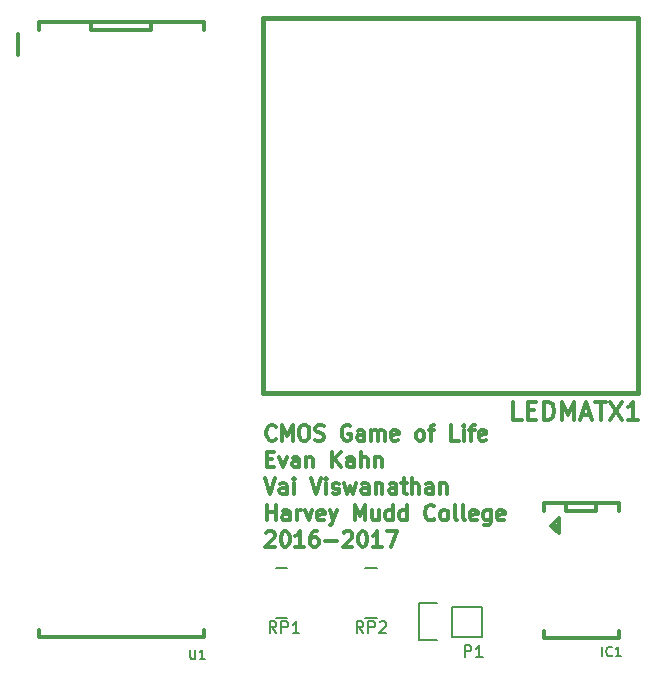
<source format=gbr>
G04 #@! TF.FileFunction,Legend,Top*
%FSLAX46Y46*%
G04 Gerber Fmt 4.6, Leading zero omitted, Abs format (unit mm)*
G04 Created by KiCad (PCBNEW 4.0.5) date Saturday, March 04, 2017 'PMt' 10:22:20 PM*
%MOMM*%
%LPD*%
G01*
G04 APERTURE LIST*
%ADD10C,0.100000*%
%ADD11C,0.300000*%
%ADD12C,0.350000*%
%ADD13C,0.381000*%
%ADD14C,0.150000*%
%ADD15C,0.304800*%
G04 APERTURE END LIST*
D10*
D11*
X74966381Y-83086286D02*
X74904476Y-83148190D01*
X74718762Y-83210095D01*
X74594952Y-83210095D01*
X74409238Y-83148190D01*
X74285429Y-83024381D01*
X74223524Y-82900571D01*
X74161619Y-82652952D01*
X74161619Y-82467238D01*
X74223524Y-82219619D01*
X74285429Y-82095810D01*
X74409238Y-81972000D01*
X74594952Y-81910095D01*
X74718762Y-81910095D01*
X74904476Y-81972000D01*
X74966381Y-82033905D01*
X75523524Y-83210095D02*
X75523524Y-81910095D01*
X75956857Y-82838667D01*
X76390190Y-81910095D01*
X76390190Y-83210095D01*
X77256857Y-81910095D02*
X77504476Y-81910095D01*
X77628285Y-81972000D01*
X77752095Y-82095810D01*
X77814000Y-82343429D01*
X77814000Y-82776762D01*
X77752095Y-83024381D01*
X77628285Y-83148190D01*
X77504476Y-83210095D01*
X77256857Y-83210095D01*
X77133047Y-83148190D01*
X77009238Y-83024381D01*
X76947333Y-82776762D01*
X76947333Y-82343429D01*
X77009238Y-82095810D01*
X77133047Y-81972000D01*
X77256857Y-81910095D01*
X78309238Y-83148190D02*
X78494952Y-83210095D01*
X78804476Y-83210095D01*
X78928286Y-83148190D01*
X78990190Y-83086286D01*
X79052095Y-82962476D01*
X79052095Y-82838667D01*
X78990190Y-82714857D01*
X78928286Y-82652952D01*
X78804476Y-82591048D01*
X78556857Y-82529143D01*
X78433048Y-82467238D01*
X78371143Y-82405333D01*
X78309238Y-82281524D01*
X78309238Y-82157714D01*
X78371143Y-82033905D01*
X78433048Y-81972000D01*
X78556857Y-81910095D01*
X78866381Y-81910095D01*
X79052095Y-81972000D01*
X81280666Y-81972000D02*
X81156857Y-81910095D01*
X80971142Y-81910095D01*
X80785428Y-81972000D01*
X80661619Y-82095810D01*
X80599714Y-82219619D01*
X80537809Y-82467238D01*
X80537809Y-82652952D01*
X80599714Y-82900571D01*
X80661619Y-83024381D01*
X80785428Y-83148190D01*
X80971142Y-83210095D01*
X81094952Y-83210095D01*
X81280666Y-83148190D01*
X81342571Y-83086286D01*
X81342571Y-82652952D01*
X81094952Y-82652952D01*
X82456857Y-83210095D02*
X82456857Y-82529143D01*
X82394952Y-82405333D01*
X82271142Y-82343429D01*
X82023523Y-82343429D01*
X81899714Y-82405333D01*
X82456857Y-83148190D02*
X82333047Y-83210095D01*
X82023523Y-83210095D01*
X81899714Y-83148190D01*
X81837809Y-83024381D01*
X81837809Y-82900571D01*
X81899714Y-82776762D01*
X82023523Y-82714857D01*
X82333047Y-82714857D01*
X82456857Y-82652952D01*
X83075904Y-83210095D02*
X83075904Y-82343429D01*
X83075904Y-82467238D02*
X83137809Y-82405333D01*
X83261618Y-82343429D01*
X83447332Y-82343429D01*
X83571142Y-82405333D01*
X83633047Y-82529143D01*
X83633047Y-83210095D01*
X83633047Y-82529143D02*
X83694951Y-82405333D01*
X83818761Y-82343429D01*
X84004475Y-82343429D01*
X84128285Y-82405333D01*
X84190190Y-82529143D01*
X84190190Y-83210095D01*
X85304475Y-83148190D02*
X85180665Y-83210095D01*
X84933046Y-83210095D01*
X84809237Y-83148190D01*
X84747332Y-83024381D01*
X84747332Y-82529143D01*
X84809237Y-82405333D01*
X84933046Y-82343429D01*
X85180665Y-82343429D01*
X85304475Y-82405333D01*
X85366380Y-82529143D01*
X85366380Y-82652952D01*
X84747332Y-82776762D01*
X87099713Y-83210095D02*
X86975904Y-83148190D01*
X86913999Y-83086286D01*
X86852094Y-82962476D01*
X86852094Y-82591048D01*
X86913999Y-82467238D01*
X86975904Y-82405333D01*
X87099713Y-82343429D01*
X87285427Y-82343429D01*
X87409237Y-82405333D01*
X87471142Y-82467238D01*
X87533046Y-82591048D01*
X87533046Y-82962476D01*
X87471142Y-83086286D01*
X87409237Y-83148190D01*
X87285427Y-83210095D01*
X87099713Y-83210095D01*
X87904475Y-82343429D02*
X88399713Y-82343429D01*
X88090189Y-83210095D02*
X88090189Y-82095810D01*
X88152094Y-81972000D01*
X88275903Y-81910095D01*
X88399713Y-81910095D01*
X90442569Y-83210095D02*
X89823522Y-83210095D01*
X89823522Y-81910095D01*
X90875903Y-83210095D02*
X90875903Y-82343429D01*
X90875903Y-81910095D02*
X90813998Y-81972000D01*
X90875903Y-82033905D01*
X90937808Y-81972000D01*
X90875903Y-81910095D01*
X90875903Y-82033905D01*
X91309237Y-82343429D02*
X91804475Y-82343429D01*
X91494951Y-83210095D02*
X91494951Y-82095810D01*
X91556856Y-81972000D01*
X91680665Y-81910095D01*
X91804475Y-81910095D01*
X92733046Y-83148190D02*
X92609236Y-83210095D01*
X92361617Y-83210095D01*
X92237808Y-83148190D01*
X92175903Y-83024381D01*
X92175903Y-82529143D01*
X92237808Y-82405333D01*
X92361617Y-82343429D01*
X92609236Y-82343429D01*
X92733046Y-82405333D01*
X92794951Y-82529143D01*
X92794951Y-82652952D01*
X92175903Y-82776762D01*
X74223524Y-84779143D02*
X74656857Y-84779143D01*
X74842571Y-85460095D02*
X74223524Y-85460095D01*
X74223524Y-84160095D01*
X74842571Y-84160095D01*
X75275904Y-84593429D02*
X75585428Y-85460095D01*
X75894952Y-84593429D01*
X76947333Y-85460095D02*
X76947333Y-84779143D01*
X76885428Y-84655333D01*
X76761618Y-84593429D01*
X76513999Y-84593429D01*
X76390190Y-84655333D01*
X76947333Y-85398190D02*
X76823523Y-85460095D01*
X76513999Y-85460095D01*
X76390190Y-85398190D01*
X76328285Y-85274381D01*
X76328285Y-85150571D01*
X76390190Y-85026762D01*
X76513999Y-84964857D01*
X76823523Y-84964857D01*
X76947333Y-84902952D01*
X77566380Y-84593429D02*
X77566380Y-85460095D01*
X77566380Y-84717238D02*
X77628285Y-84655333D01*
X77752094Y-84593429D01*
X77937808Y-84593429D01*
X78061618Y-84655333D01*
X78123523Y-84779143D01*
X78123523Y-85460095D01*
X79733046Y-85460095D02*
X79733046Y-84160095D01*
X80475903Y-85460095D02*
X79918760Y-84717238D01*
X80475903Y-84160095D02*
X79733046Y-84902952D01*
X81590189Y-85460095D02*
X81590189Y-84779143D01*
X81528284Y-84655333D01*
X81404474Y-84593429D01*
X81156855Y-84593429D01*
X81033046Y-84655333D01*
X81590189Y-85398190D02*
X81466379Y-85460095D01*
X81156855Y-85460095D01*
X81033046Y-85398190D01*
X80971141Y-85274381D01*
X80971141Y-85150571D01*
X81033046Y-85026762D01*
X81156855Y-84964857D01*
X81466379Y-84964857D01*
X81590189Y-84902952D01*
X82209236Y-85460095D02*
X82209236Y-84160095D01*
X82766379Y-85460095D02*
X82766379Y-84779143D01*
X82704474Y-84655333D01*
X82580664Y-84593429D01*
X82394950Y-84593429D01*
X82271141Y-84655333D01*
X82209236Y-84717238D01*
X83385426Y-84593429D02*
X83385426Y-85460095D01*
X83385426Y-84717238D02*
X83447331Y-84655333D01*
X83571140Y-84593429D01*
X83756854Y-84593429D01*
X83880664Y-84655333D01*
X83942569Y-84779143D01*
X83942569Y-85460095D01*
X74037810Y-86410095D02*
X74471143Y-87710095D01*
X74904476Y-86410095D01*
X75894953Y-87710095D02*
X75894953Y-87029143D01*
X75833048Y-86905333D01*
X75709238Y-86843429D01*
X75461619Y-86843429D01*
X75337810Y-86905333D01*
X75894953Y-87648190D02*
X75771143Y-87710095D01*
X75461619Y-87710095D01*
X75337810Y-87648190D01*
X75275905Y-87524381D01*
X75275905Y-87400571D01*
X75337810Y-87276762D01*
X75461619Y-87214857D01*
X75771143Y-87214857D01*
X75894953Y-87152952D01*
X76514000Y-87710095D02*
X76514000Y-86843429D01*
X76514000Y-86410095D02*
X76452095Y-86472000D01*
X76514000Y-86533905D01*
X76575905Y-86472000D01*
X76514000Y-86410095D01*
X76514000Y-86533905D01*
X77937810Y-86410095D02*
X78371143Y-87710095D01*
X78804476Y-86410095D01*
X79237810Y-87710095D02*
X79237810Y-86843429D01*
X79237810Y-86410095D02*
X79175905Y-86472000D01*
X79237810Y-86533905D01*
X79299715Y-86472000D01*
X79237810Y-86410095D01*
X79237810Y-86533905D01*
X79794953Y-87648190D02*
X79918763Y-87710095D01*
X80166382Y-87710095D01*
X80290191Y-87648190D01*
X80352096Y-87524381D01*
X80352096Y-87462476D01*
X80290191Y-87338667D01*
X80166382Y-87276762D01*
X79980667Y-87276762D01*
X79856858Y-87214857D01*
X79794953Y-87091048D01*
X79794953Y-87029143D01*
X79856858Y-86905333D01*
X79980667Y-86843429D01*
X80166382Y-86843429D01*
X80290191Y-86905333D01*
X80785429Y-86843429D02*
X81033048Y-87710095D01*
X81280667Y-87091048D01*
X81528286Y-87710095D01*
X81775905Y-86843429D01*
X82828287Y-87710095D02*
X82828287Y-87029143D01*
X82766382Y-86905333D01*
X82642572Y-86843429D01*
X82394953Y-86843429D01*
X82271144Y-86905333D01*
X82828287Y-87648190D02*
X82704477Y-87710095D01*
X82394953Y-87710095D01*
X82271144Y-87648190D01*
X82209239Y-87524381D01*
X82209239Y-87400571D01*
X82271144Y-87276762D01*
X82394953Y-87214857D01*
X82704477Y-87214857D01*
X82828287Y-87152952D01*
X83447334Y-86843429D02*
X83447334Y-87710095D01*
X83447334Y-86967238D02*
X83509239Y-86905333D01*
X83633048Y-86843429D01*
X83818762Y-86843429D01*
X83942572Y-86905333D01*
X84004477Y-87029143D01*
X84004477Y-87710095D01*
X85180667Y-87710095D02*
X85180667Y-87029143D01*
X85118762Y-86905333D01*
X84994952Y-86843429D01*
X84747333Y-86843429D01*
X84623524Y-86905333D01*
X85180667Y-87648190D02*
X85056857Y-87710095D01*
X84747333Y-87710095D01*
X84623524Y-87648190D01*
X84561619Y-87524381D01*
X84561619Y-87400571D01*
X84623524Y-87276762D01*
X84747333Y-87214857D01*
X85056857Y-87214857D01*
X85180667Y-87152952D01*
X85614000Y-86843429D02*
X86109238Y-86843429D01*
X85799714Y-86410095D02*
X85799714Y-87524381D01*
X85861619Y-87648190D01*
X85985428Y-87710095D01*
X86109238Y-87710095D01*
X86542571Y-87710095D02*
X86542571Y-86410095D01*
X87099714Y-87710095D02*
X87099714Y-87029143D01*
X87037809Y-86905333D01*
X86913999Y-86843429D01*
X86728285Y-86843429D01*
X86604476Y-86905333D01*
X86542571Y-86967238D01*
X88275904Y-87710095D02*
X88275904Y-87029143D01*
X88213999Y-86905333D01*
X88090189Y-86843429D01*
X87842570Y-86843429D01*
X87718761Y-86905333D01*
X88275904Y-87648190D02*
X88152094Y-87710095D01*
X87842570Y-87710095D01*
X87718761Y-87648190D01*
X87656856Y-87524381D01*
X87656856Y-87400571D01*
X87718761Y-87276762D01*
X87842570Y-87214857D01*
X88152094Y-87214857D01*
X88275904Y-87152952D01*
X88894951Y-86843429D02*
X88894951Y-87710095D01*
X88894951Y-86967238D02*
X88956856Y-86905333D01*
X89080665Y-86843429D01*
X89266379Y-86843429D01*
X89390189Y-86905333D01*
X89452094Y-87029143D01*
X89452094Y-87710095D01*
X74223524Y-89960095D02*
X74223524Y-88660095D01*
X74223524Y-89279143D02*
X74966381Y-89279143D01*
X74966381Y-89960095D02*
X74966381Y-88660095D01*
X76142572Y-89960095D02*
X76142572Y-89279143D01*
X76080667Y-89155333D01*
X75956857Y-89093429D01*
X75709238Y-89093429D01*
X75585429Y-89155333D01*
X76142572Y-89898190D02*
X76018762Y-89960095D01*
X75709238Y-89960095D01*
X75585429Y-89898190D01*
X75523524Y-89774381D01*
X75523524Y-89650571D01*
X75585429Y-89526762D01*
X75709238Y-89464857D01*
X76018762Y-89464857D01*
X76142572Y-89402952D01*
X76761619Y-89960095D02*
X76761619Y-89093429D01*
X76761619Y-89341048D02*
X76823524Y-89217238D01*
X76885428Y-89155333D01*
X77009238Y-89093429D01*
X77133047Y-89093429D01*
X77442571Y-89093429D02*
X77752095Y-89960095D01*
X78061619Y-89093429D01*
X79052095Y-89898190D02*
X78928285Y-89960095D01*
X78680666Y-89960095D01*
X78556857Y-89898190D01*
X78494952Y-89774381D01*
X78494952Y-89279143D01*
X78556857Y-89155333D01*
X78680666Y-89093429D01*
X78928285Y-89093429D01*
X79052095Y-89155333D01*
X79114000Y-89279143D01*
X79114000Y-89402952D01*
X78494952Y-89526762D01*
X79547333Y-89093429D02*
X79856857Y-89960095D01*
X80166381Y-89093429D02*
X79856857Y-89960095D01*
X79733048Y-90269619D01*
X79671143Y-90331524D01*
X79547333Y-90393429D01*
X81652095Y-89960095D02*
X81652095Y-88660095D01*
X82085428Y-89588667D01*
X82518761Y-88660095D01*
X82518761Y-89960095D01*
X83694952Y-89093429D02*
X83694952Y-89960095D01*
X83137809Y-89093429D02*
X83137809Y-89774381D01*
X83199714Y-89898190D01*
X83323523Y-89960095D01*
X83509237Y-89960095D01*
X83633047Y-89898190D01*
X83694952Y-89836286D01*
X84871142Y-89960095D02*
X84871142Y-88660095D01*
X84871142Y-89898190D02*
X84747332Y-89960095D01*
X84499713Y-89960095D01*
X84375904Y-89898190D01*
X84313999Y-89836286D01*
X84252094Y-89712476D01*
X84252094Y-89341048D01*
X84313999Y-89217238D01*
X84375904Y-89155333D01*
X84499713Y-89093429D01*
X84747332Y-89093429D01*
X84871142Y-89155333D01*
X86047332Y-89960095D02*
X86047332Y-88660095D01*
X86047332Y-89898190D02*
X85923522Y-89960095D01*
X85675903Y-89960095D01*
X85552094Y-89898190D01*
X85490189Y-89836286D01*
X85428284Y-89712476D01*
X85428284Y-89341048D01*
X85490189Y-89217238D01*
X85552094Y-89155333D01*
X85675903Y-89093429D01*
X85923522Y-89093429D01*
X86047332Y-89155333D01*
X88399712Y-89836286D02*
X88337807Y-89898190D01*
X88152093Y-89960095D01*
X88028283Y-89960095D01*
X87842569Y-89898190D01*
X87718760Y-89774381D01*
X87656855Y-89650571D01*
X87594950Y-89402952D01*
X87594950Y-89217238D01*
X87656855Y-88969619D01*
X87718760Y-88845810D01*
X87842569Y-88722000D01*
X88028283Y-88660095D01*
X88152093Y-88660095D01*
X88337807Y-88722000D01*
X88399712Y-88783905D01*
X89142569Y-89960095D02*
X89018760Y-89898190D01*
X88956855Y-89836286D01*
X88894950Y-89712476D01*
X88894950Y-89341048D01*
X88956855Y-89217238D01*
X89018760Y-89155333D01*
X89142569Y-89093429D01*
X89328283Y-89093429D01*
X89452093Y-89155333D01*
X89513998Y-89217238D01*
X89575902Y-89341048D01*
X89575902Y-89712476D01*
X89513998Y-89836286D01*
X89452093Y-89898190D01*
X89328283Y-89960095D01*
X89142569Y-89960095D01*
X90318759Y-89960095D02*
X90194950Y-89898190D01*
X90133045Y-89774381D01*
X90133045Y-88660095D01*
X90999711Y-89960095D02*
X90875902Y-89898190D01*
X90813997Y-89774381D01*
X90813997Y-88660095D01*
X91990187Y-89898190D02*
X91866377Y-89960095D01*
X91618758Y-89960095D01*
X91494949Y-89898190D01*
X91433044Y-89774381D01*
X91433044Y-89279143D01*
X91494949Y-89155333D01*
X91618758Y-89093429D01*
X91866377Y-89093429D01*
X91990187Y-89155333D01*
X92052092Y-89279143D01*
X92052092Y-89402952D01*
X91433044Y-89526762D01*
X93166378Y-89093429D02*
X93166378Y-90145810D01*
X93104473Y-90269619D01*
X93042568Y-90331524D01*
X92918759Y-90393429D01*
X92733044Y-90393429D01*
X92609235Y-90331524D01*
X93166378Y-89898190D02*
X93042568Y-89960095D01*
X92794949Y-89960095D01*
X92671140Y-89898190D01*
X92609235Y-89836286D01*
X92547330Y-89712476D01*
X92547330Y-89341048D01*
X92609235Y-89217238D01*
X92671140Y-89155333D01*
X92794949Y-89093429D01*
X93042568Y-89093429D01*
X93166378Y-89155333D01*
X94280663Y-89898190D02*
X94156853Y-89960095D01*
X93909234Y-89960095D01*
X93785425Y-89898190D01*
X93723520Y-89774381D01*
X93723520Y-89279143D01*
X93785425Y-89155333D01*
X93909234Y-89093429D01*
X94156853Y-89093429D01*
X94280663Y-89155333D01*
X94342568Y-89279143D01*
X94342568Y-89402952D01*
X93723520Y-89526762D01*
X74161619Y-91033905D02*
X74223524Y-90972000D01*
X74347333Y-90910095D01*
X74656857Y-90910095D01*
X74780667Y-90972000D01*
X74842571Y-91033905D01*
X74904476Y-91157714D01*
X74904476Y-91281524D01*
X74842571Y-91467238D01*
X74099714Y-92210095D01*
X74904476Y-92210095D01*
X75709238Y-90910095D02*
X75833047Y-90910095D01*
X75956857Y-90972000D01*
X76018762Y-91033905D01*
X76080666Y-91157714D01*
X76142571Y-91405333D01*
X76142571Y-91714857D01*
X76080666Y-91962476D01*
X76018762Y-92086286D01*
X75956857Y-92148190D01*
X75833047Y-92210095D01*
X75709238Y-92210095D01*
X75585428Y-92148190D01*
X75523524Y-92086286D01*
X75461619Y-91962476D01*
X75399714Y-91714857D01*
X75399714Y-91405333D01*
X75461619Y-91157714D01*
X75523524Y-91033905D01*
X75585428Y-90972000D01*
X75709238Y-90910095D01*
X77380666Y-92210095D02*
X76637809Y-92210095D01*
X77009238Y-92210095D02*
X77009238Y-90910095D01*
X76885428Y-91095810D01*
X76761619Y-91219619D01*
X76637809Y-91281524D01*
X78494952Y-90910095D02*
X78247333Y-90910095D01*
X78123523Y-90972000D01*
X78061618Y-91033905D01*
X77937809Y-91219619D01*
X77875904Y-91467238D01*
X77875904Y-91962476D01*
X77937809Y-92086286D01*
X77999714Y-92148190D01*
X78123523Y-92210095D01*
X78371142Y-92210095D01*
X78494952Y-92148190D01*
X78556856Y-92086286D01*
X78618761Y-91962476D01*
X78618761Y-91652952D01*
X78556856Y-91529143D01*
X78494952Y-91467238D01*
X78371142Y-91405333D01*
X78123523Y-91405333D01*
X77999714Y-91467238D01*
X77937809Y-91529143D01*
X77875904Y-91652952D01*
X79175904Y-91714857D02*
X80166380Y-91714857D01*
X80723523Y-91033905D02*
X80785428Y-90972000D01*
X80909237Y-90910095D01*
X81218761Y-90910095D01*
X81342571Y-90972000D01*
X81404475Y-91033905D01*
X81466380Y-91157714D01*
X81466380Y-91281524D01*
X81404475Y-91467238D01*
X80661618Y-92210095D01*
X81466380Y-92210095D01*
X82271142Y-90910095D02*
X82394951Y-90910095D01*
X82518761Y-90972000D01*
X82580666Y-91033905D01*
X82642570Y-91157714D01*
X82704475Y-91405333D01*
X82704475Y-91714857D01*
X82642570Y-91962476D01*
X82580666Y-92086286D01*
X82518761Y-92148190D01*
X82394951Y-92210095D01*
X82271142Y-92210095D01*
X82147332Y-92148190D01*
X82085428Y-92086286D01*
X82023523Y-91962476D01*
X81961618Y-91714857D01*
X81961618Y-91405333D01*
X82023523Y-91157714D01*
X82085428Y-91033905D01*
X82147332Y-90972000D01*
X82271142Y-90910095D01*
X83942570Y-92210095D02*
X83199713Y-92210095D01*
X83571142Y-92210095D02*
X83571142Y-90910095D01*
X83447332Y-91095810D01*
X83323523Y-91219619D01*
X83199713Y-91281524D01*
X84375903Y-90910095D02*
X85242570Y-90910095D01*
X84685427Y-92210095D01*
D12*
X97663000Y-99314000D02*
X97663000Y-99949000D01*
X97663000Y-99949000D02*
X104013000Y-99949000D01*
X104013000Y-99949000D02*
X104013000Y-99314000D01*
X102108000Y-88519000D02*
X102108000Y-89154000D01*
X102108000Y-89154000D02*
X99568000Y-89154000D01*
X99568000Y-89154000D02*
X99568000Y-88519000D01*
X97663000Y-89154000D02*
X97663000Y-88519000D01*
X97663000Y-88519000D02*
X104013000Y-88519000D01*
X104013000Y-88519000D02*
X104013000Y-89154000D01*
X98298000Y-90424000D02*
X98933000Y-89789000D01*
X98933000Y-89789000D02*
X98933000Y-91059000D01*
X98933000Y-91059000D02*
X98298000Y-90424000D01*
X98298000Y-90424000D02*
X98933000Y-90424000D01*
D13*
X105620000Y-47425000D02*
X73870000Y-47425000D01*
X73870000Y-47425000D02*
X73870000Y-79175000D01*
X73870000Y-79175000D02*
X105620000Y-79175000D01*
X105620000Y-79175000D02*
X105620000Y-47425000D01*
D14*
X89916000Y-97282000D02*
X92456000Y-97282000D01*
X87096000Y-97002000D02*
X88646000Y-97002000D01*
X89916000Y-97282000D02*
X89916000Y-99822000D01*
X88646000Y-100102000D02*
X87096000Y-100102000D01*
X87096000Y-100102000D02*
X87096000Y-97002000D01*
X89916000Y-99822000D02*
X92456000Y-99822000D01*
X92456000Y-99822000D02*
X92456000Y-97282000D01*
X75958000Y-98275000D02*
X74958000Y-98275000D01*
X75958000Y-94025000D02*
X74958000Y-94025000D01*
X83558000Y-98275000D02*
X82558000Y-98275000D01*
X83558000Y-94025000D02*
X82558000Y-94025000D01*
D12*
X53120000Y-48830000D02*
X53120000Y-50580000D01*
X54885000Y-99230000D02*
X54885000Y-99865000D01*
X54885000Y-99865000D02*
X68855000Y-99865000D01*
X68855000Y-99865000D02*
X68855000Y-99230000D01*
X59330000Y-47795000D02*
X59330000Y-48430000D01*
X59330000Y-48430000D02*
X64410000Y-48430000D01*
X64410000Y-48430000D02*
X64410000Y-47795000D01*
X54885000Y-48430000D02*
X54885000Y-47795000D01*
X54885000Y-47795000D02*
X68855000Y-47795000D01*
X68855000Y-47795000D02*
X68855000Y-48430000D01*
D14*
X102597048Y-101453905D02*
X102597048Y-100653905D01*
X103435143Y-101377714D02*
X103397048Y-101415810D01*
X103282762Y-101453905D01*
X103206572Y-101453905D01*
X103092286Y-101415810D01*
X103016095Y-101339619D01*
X102978000Y-101263429D01*
X102939905Y-101111048D01*
X102939905Y-100996762D01*
X102978000Y-100844381D01*
X103016095Y-100768190D01*
X103092286Y-100692000D01*
X103206572Y-100653905D01*
X103282762Y-100653905D01*
X103397048Y-100692000D01*
X103435143Y-100730095D01*
X104197048Y-101453905D02*
X103739905Y-101453905D01*
X103968476Y-101453905D02*
X103968476Y-100653905D01*
X103892286Y-100768190D01*
X103816095Y-100844381D01*
X103739905Y-100882476D01*
D15*
X95794285Y-81461429D02*
X95068571Y-81461429D01*
X95068571Y-79937429D01*
X96302285Y-80663143D02*
X96810285Y-80663143D01*
X97027999Y-81461429D02*
X96302285Y-81461429D01*
X96302285Y-79937429D01*
X97027999Y-79937429D01*
X97681142Y-81461429D02*
X97681142Y-79937429D01*
X98043999Y-79937429D01*
X98261714Y-80010000D01*
X98406856Y-80155143D01*
X98479428Y-80300286D01*
X98551999Y-80590571D01*
X98551999Y-80808286D01*
X98479428Y-81098571D01*
X98406856Y-81243714D01*
X98261714Y-81388857D01*
X98043999Y-81461429D01*
X97681142Y-81461429D01*
X99205142Y-81461429D02*
X99205142Y-79937429D01*
X99713142Y-81026000D01*
X100221142Y-79937429D01*
X100221142Y-81461429D01*
X100874285Y-81026000D02*
X101599999Y-81026000D01*
X100729142Y-81461429D02*
X101237142Y-79937429D01*
X101745142Y-81461429D01*
X102035428Y-79937429D02*
X102906285Y-79937429D01*
X102470856Y-81461429D02*
X102470856Y-79937429D01*
X103269142Y-79937429D02*
X104285142Y-81461429D01*
X104285142Y-79937429D02*
X103269142Y-81461429D01*
X105664000Y-81461429D02*
X104793143Y-81461429D01*
X105228571Y-81461429D02*
X105228571Y-79937429D01*
X105083428Y-80155143D01*
X104938286Y-80300286D01*
X104793143Y-80372857D01*
D14*
X90955905Y-101544381D02*
X90955905Y-100544381D01*
X91336858Y-100544381D01*
X91432096Y-100592000D01*
X91479715Y-100639619D01*
X91527334Y-100734857D01*
X91527334Y-100877714D01*
X91479715Y-100972952D01*
X91432096Y-101020571D01*
X91336858Y-101068190D01*
X90955905Y-101068190D01*
X92479715Y-101544381D02*
X91908286Y-101544381D01*
X92194000Y-101544381D02*
X92194000Y-100544381D01*
X92098762Y-100687238D01*
X92003524Y-100782476D01*
X91908286Y-100830095D01*
X75025334Y-99512381D02*
X74692000Y-99036190D01*
X74453905Y-99512381D02*
X74453905Y-98512381D01*
X74834858Y-98512381D01*
X74930096Y-98560000D01*
X74977715Y-98607619D01*
X75025334Y-98702857D01*
X75025334Y-98845714D01*
X74977715Y-98940952D01*
X74930096Y-98988571D01*
X74834858Y-99036190D01*
X74453905Y-99036190D01*
X75453905Y-99512381D02*
X75453905Y-98512381D01*
X75834858Y-98512381D01*
X75930096Y-98560000D01*
X75977715Y-98607619D01*
X76025334Y-98702857D01*
X76025334Y-98845714D01*
X75977715Y-98940952D01*
X75930096Y-98988571D01*
X75834858Y-99036190D01*
X75453905Y-99036190D01*
X76977715Y-99512381D02*
X76406286Y-99512381D01*
X76692000Y-99512381D02*
X76692000Y-98512381D01*
X76596762Y-98655238D01*
X76501524Y-98750476D01*
X76406286Y-98798095D01*
X82391334Y-99512381D02*
X82058000Y-99036190D01*
X81819905Y-99512381D02*
X81819905Y-98512381D01*
X82200858Y-98512381D01*
X82296096Y-98560000D01*
X82343715Y-98607619D01*
X82391334Y-98702857D01*
X82391334Y-98845714D01*
X82343715Y-98940952D01*
X82296096Y-98988571D01*
X82200858Y-99036190D01*
X81819905Y-99036190D01*
X82819905Y-99512381D02*
X82819905Y-98512381D01*
X83200858Y-98512381D01*
X83296096Y-98560000D01*
X83343715Y-98607619D01*
X83391334Y-98702857D01*
X83391334Y-98845714D01*
X83343715Y-98940952D01*
X83296096Y-98988571D01*
X83200858Y-99036190D01*
X82819905Y-99036190D01*
X83772286Y-98607619D02*
X83819905Y-98560000D01*
X83915143Y-98512381D01*
X84153239Y-98512381D01*
X84248477Y-98560000D01*
X84296096Y-98607619D01*
X84343715Y-98702857D01*
X84343715Y-98798095D01*
X84296096Y-98940952D01*
X83724667Y-99512381D01*
X84343715Y-99512381D01*
X67716476Y-100907905D02*
X67716476Y-101555524D01*
X67754571Y-101631714D01*
X67792667Y-101669810D01*
X67868857Y-101707905D01*
X68021238Y-101707905D01*
X68097429Y-101669810D01*
X68135524Y-101631714D01*
X68173619Y-101555524D01*
X68173619Y-100907905D01*
X68973619Y-101707905D02*
X68516476Y-101707905D01*
X68745047Y-101707905D02*
X68745047Y-100907905D01*
X68668857Y-101022190D01*
X68592666Y-101098381D01*
X68516476Y-101136476D01*
M02*

</source>
